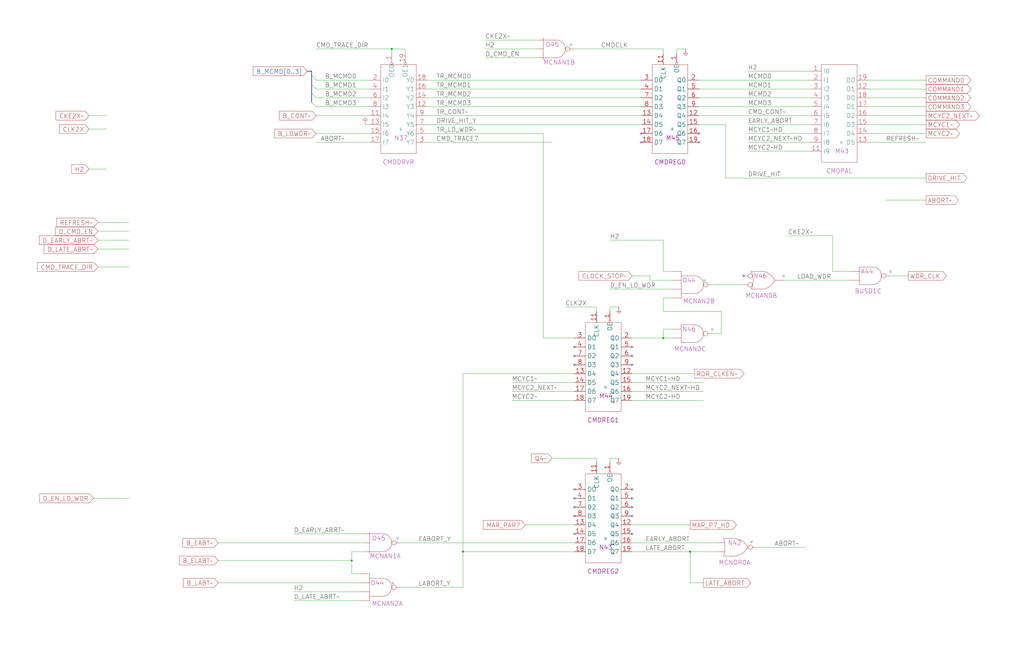
<source format=kicad_sch>
(kicad_sch (version 20220404) (generator eeschema)
  (paper "User" 584.2 378.46)
  (title_block (title "CONTROL\\nCOMMAND + WDR CLOCKS") (date "08-MAR-90") (rev "0.0") (comment 1 "MEM32 BOARD") (comment 2 "232-003066") (comment 3 "S400") (comment 4 "RELEASED"))
  (lib_symbols
    (symbol "r1000:CMDPAL" (pin_names (offset 1.016))
      (property "Reference" "U" (at 2.54 5.08 0))
      (property "Value" "CMDPAL" (at -6.35 -5.08 0))
      (property "Location" "___" (at -1.27 0 0))
      (property "Name" "______" (at 1.27 -12.7 0))
      (symbol "CMDPAL_1_1"
        (rectangle (start -8.89 49.53) (end 11.43 -6.35))
        (pin input line (at -15.24 45.72 0) (length 6.35) (name "I0") (number "1"))
        (pin input line (at -15.24 0 0) (length 6.35) (name "I9") (number "11"))
        (pin output line (at 17.78 35.56 180) (length 6.35) (name "O1") (number "12"))
        (pin input line (at 17.78 5.08 180) (length 6.35) (name "D5") (number "13"))
        (pin output line (at 17.78 10.16 180) (length 6.35) (name "D4") (number "14"))
        (pin output line (at 17.78 15.24 180) (length 6.35) (name "D3") (number "15"))
        (pin output line (at 17.78 20.32 180) (length 6.35) (name "D2") (number "16"))
        (pin output line (at 17.78 25.4 180) (length 6.35) (name "D1") (number "17"))
        (pin output line (at 17.78 30.48 180) (length 6.35) (name "D0") (number "18"))
        (pin output line (at 17.78 40.64 180) (length 6.35) (name "O0") (number "19"))
        (pin input line (at -15.24 40.64 0) (length 6.35) (name "I1") (number "2"))
        (pin input line (at -15.24 35.56 0) (length 6.35) (name "I2") (number "3"))
        (pin input line (at -15.24 30.48 0) (length 6.35) (name "I3") (number "4"))
        (pin input line (at -15.24 25.4 0) (length 6.35) (name "I4") (number "5"))
        (pin input line (at -15.24 20.32 0) (length 6.35) (name "I5") (number "6"))
        (pin input line (at -15.24 15.24 0) (length 6.35) (name "I6") (number "7"))
        (pin input line (at -15.24 10.16 0) (length 6.35) (name "I7") (number "8"))
        (pin input line (at -15.24 5.08 0) (length 6.35) (name "I8") (number "9"))
      )
    )
    (symbol "r1000:F00" (pin_numbers hide) (pin_names hide)
      (property "Reference" "U" (at 15.24 0 0))
      (property "Value" "F00" (at 1.905 -5.08 0))
      (property "Location" "___" (at 1.905 0 0))
      (property "Name" "______" (at 2.54 -12.7 0))
      (symbol "F00_0_1"
        (polyline (pts (xy -2.54 -7.62) (xy 5.08 -7.62)) (stroke (width 0.1524)))
        (polyline (pts (xy -2.54 2.54) (xy -2.54 -7.62)) (stroke (width 0.1524)))
        (polyline (pts (xy -2.54 2.54) (xy 5.08 2.54)) (stroke (width 0.1524)))
        (arc (start 5.08 -7.62) (mid 10.1282 -2.54) (end 5.08 2.54) (stroke (width 0.1524)))
        (circle (center 11.43 -2.54) (radius 1.27) (stroke (width 0.1524)))
      )
      (symbol "F00_0_2"
        (circle (center -3.81 -5.08) (radius 1.27) (stroke (width 0.1524)))
        (circle (center -3.81 0) (radius 1.27) (stroke (width 0.1524)))
        (arc (start -3.175 -7.62) (mid -2.134 -2.54) (end -3.175 2.54) (stroke (width 0.1524)))
        (polyline (pts (xy -3.175 -7.62) (xy 3.81 -7.62)) (stroke (width 0.1524)))
        (polyline (pts (xy -3.175 2.54) (xy 3.81 2.54)) (stroke (width 0.1524)))
        (arc (start 3.81 -7.62) (mid 7.5855 -5.8306) (end 10.16 -2.54) (stroke (width 0.1524)))
        (arc (start 10.16 -2.54) (mid 7.5827 0.7471) (end 3.81 2.54) (stroke (width 0.1524)))
      )
      (symbol "F00_1_1"
        (pin input line (at -7.62 0 0) (length 5.08) (name "D0") (number "1"))
        (pin input line (at -7.62 -5.08 0) (length 5.08) (name "D1") (number "2"))
        (pin output line (at 15.24 -2.54 180) (length 2.54) (name "Q") (number "3"))
      )
      (symbol "F00_1_2"
        (pin input line (at -7.62 0 0) (length 2.54) (name "D0") (number "1"))
        (pin input line (at -7.62 -5.08 0) (length 2.54) (name "D1") (number "2"))
        (pin output line (at 15.24 -2.54 180) (length 5.08) (name "Q") (number "3"))
      )
    )
    (symbol "r1000:F02" (pin_numbers hide) (pin_names hide)
      (property "Reference" "U" (at 12.16 0.635 0))
      (property "Value" "F02" (at -1.27 -4.445 0))
      (property "Location" "___" (at 2.54 0 0))
      (property "Name" "______" (at 2.54 -12.7 0))
      (symbol "F02_0_1"
        (arc (start -3.81 -7.62) (mid -2.9847 -2.54) (end -3.81 2.54) (stroke (width 0.1524)))
        (polyline (pts (xy -5.08 -5.08) (xy -3.175 -5.08)) (stroke (width 0.1524)))
        (polyline (pts (xy -5.08 0) (xy -3.175 0)) (stroke (width 0.1524)))
        (polyline (pts (xy -3.81 -7.62) (xy 2.54 -7.62)) (stroke (width 0.1524)))
        (polyline (pts (xy -3.81 2.54) (xy 2.54 2.54)) (stroke (width 0.1524)))
        (polyline (pts (xy 13.97 -2.54) (xy 12.7 -2.54)) (stroke (width 0.1524)))
        (arc (start 2.54 -7.62) (mid 6.9515 -5.9823) (end 10.16 -2.54) (stroke (width 0.1524)))
        (arc (start 10.16 -2.54) (mid 6.9478 0.8966) (end 2.54 2.54) (stroke (width 0.1524)))
        (circle (center 11.43 -2.54) (radius 1.27) (stroke (width 0.1524)))
      )
      (symbol "F02_0_2"
        (circle (center -3.81 -5.08) (radius 1.27) (stroke (width 0.1524)))
        (circle (center -3.81 0) (radius 1.27) (stroke (width 0.1524)))
        (polyline (pts (xy -2.54 -7.62) (xy 5.08 -7.62)) (stroke (width 0.1524)))
        (polyline (pts (xy -2.54 2.54) (xy -2.54 -7.62)) (stroke (width 0.1524)))
        (polyline (pts (xy -2.54 2.54) (xy 5.08 2.54)) (stroke (width 0.1524)))
        (polyline (pts (xy 11.43 -2.54) (xy 10.16 -2.54)) (stroke (width 0.1524)))
        (polyline (pts (xy 11.43 -2.54) (xy 12.7 -2.54)) (stroke (width 0.1524)))
        (arc (start 5.08 -7.62) (mid 10.1282 -2.54) (end 5.08 2.54) (stroke (width 0.1524)))
      )
      (symbol "F02_1_1"
        (pin input line (at -7.62 0 0) (length 2.54) (name "D0") (number "1"))
        (pin input line (at -7.62 -5.08 0) (length 2.54) (name "D1") (number "2"))
        (pin output line (at 15.24 -2.54 180) (length 1.27) (name "Q") (number "3"))
      )
      (symbol "F02_1_2"
        (pin input line (at -7.62 0 0) (length 2.54) (name "D0") (number "1"))
        (pin input line (at -7.62 -5.08 0) (length 2.54) (name "D1") (number "2"))
        (pin output line (at 15.24 -2.54 180) (length 2.54) (name "Q") (number "3"))
      )
    )
    (symbol "r1000:F10" (pin_numbers hide) (pin_names hide)
      (property "Reference" "U" (at 13.335 0 0))
      (property "Value" "F10" (at 5.715 -5.08 0))
      (property "Location" "___" (at -1.27 0 0))
      (property "Name" "______" (at -2.54 -10.16 0))
      (symbol "F10_0_1"
        (polyline (pts (xy -2.54 -7.62) (xy 5.08 -7.62)) (stroke (width 0.1524)))
        (polyline (pts (xy -2.54 2.54) (xy 5.08 2.54)) (stroke (width 0.1524)))
        (polyline (pts (xy -2.54 3.81) (xy -2.54 -8.89)) (stroke (width 0.1524)))
        (arc (start 5.08 -7.62) (mid 10.1282 -2.54) (end 5.08 2.54) (stroke (width 0.1524)))
        (circle (center 11.43 -2.54) (radius 1.27) (stroke (width 0.1524)))
      )
      (symbol "F10_0_2"
        (circle (center -3.81 -7.62) (radius 1.27) (stroke (width 0.1524)))
        (circle (center -3.81 2.54) (radius 1.27) (stroke (width 0.1524)))
        (circle (center -3.175 -2.54) (radius 1.27) (stroke (width 0.1524)))
        (arc (start -2.54 -7.62) (mid -1.8195 -2.54) (end -2.54 2.54) (stroke (width 0.1524)))
        (polyline (pts (xy -4.445 -2.54) (xy -5.08 -2.54)) (stroke (width 0.1524)))
        (polyline (pts (xy -2.54 -7.62) (xy 5.08 -7.62)) (stroke (width 0.1524)))
        (polyline (pts (xy -2.54 2.54) (xy 5.08 2.54)) (stroke (width 0.1524)))
        (polyline (pts (xy 10.795 -2.54) (xy 12.7 -2.54)) (stroke (width 0.1524)))
        (arc (start 5.08 -7.62) (mid 8.4845 -5.6954) (end 10.795 -2.54) (stroke (width 0.1524)))
        (arc (start 10.795 -2.54) (mid 8.4807 0.6111) (end 5.08 2.54) (stroke (width 0.1524)))
      )
      (symbol "F10_1_1"
        (pin input line (at -5.08 2.54 0) (length 2.54) (name "D0") (number "1"))
        (pin input line (at -5.08 -2.54 0) (length 2.54) (name "D1") (number "2"))
        (pin input line (at -5.08 -7.62 0) (length 2.54) (name "D2") (number "3"))
        (pin output line (at 15.24 -2.54 180) (length 2.54) (name "Q") (number "4"))
      )
      (symbol "F10_1_2"
        (pin input line (at -5.08 2.54 0) (length 0) (name "D0") (number "1"))
        (pin input line (at -5.08 -2.54 0) (length 0) (name "D1") (number "2"))
        (pin input line (at -5.08 -7.62 0) (length 0) (name "D2") (number "3"))
        (pin output line (at 15.24 -2.54 180) (length 2.54) (name "Q") (number "4"))
      )
    )
    (symbol "r1000:F20" (pin_numbers hide) (pin_names hide)
      (property "Reference" "U" (at 8.255 2.54 0))
      (property "Value" "F20" (at -0.635 -2.54 0))
      (property "Location" "___" (at -0.635 2.54 0))
      (property "Name" "______" (at 5.08 -10.795 0))
      (symbol "F20_0_1"
        (polyline (pts (xy -5.08 -5.08) (xy -5.08 -7.62)) (stroke (width 0.1524)))
        (polyline (pts (xy -5.08 5.08) (xy -5.08 -5.08)) (stroke (width 0.1524)))
        (polyline (pts (xy -5.08 7.62) (xy -5.08 5.08)) (stroke (width 0.1524)))
        (polyline (pts (xy 2.54 -5.08) (xy -5.08 -5.08)) (stroke (width 0.1524)))
        (polyline (pts (xy 2.54 5.08) (xy -5.08 5.08)) (stroke (width 0.1524)))
        (arc (start 2.54 -5.08) (mid 7.5882 0) (end 2.54 5.08) (stroke (width 0.1524)))
        (circle (center 8.89 0) (radius 1.27) (stroke (width 0.1524)))
      )
      (symbol "F20_0_2"
        (circle (center -7.62 -7.62) (radius 1.27) (stroke (width 0.1524)))
        (circle (center -7.62 7.62) (radius 1.27) (stroke (width 0.1524)))
        (circle (center -6.985 -2.54) (radius 1.27) (stroke (width 0.1524)))
        (circle (center -6.985 2.54) (radius 1.27) (stroke (width 0.1524)))
        (arc (start -6.35 -7.62) (mid -5.3975 0) (end -6.35 7.62) (stroke (width 0.1524)))
        (polyline (pts (xy -5.715 -5.08) (xy 1.27 -5.08)) (stroke (width 0.1524)))
        (polyline (pts (xy -5.715 5.08) (xy 1.27 5.08)) (stroke (width 0.1524)))
        (arc (start 1.27 -5.08) (mid 5.0518 -3.2985) (end 7.62 0) (stroke (width 0.1524)))
        (arc (start 7.62 0) (mid 5.0518 3.2985) (end 1.27 5.08) (stroke (width 0.1524)))
      )
      (symbol "F20_1_1"
        (pin input line (at -10.16 7.62 0) (length 5.08) (name "D0") (number "1"))
        (pin input line (at -10.16 2.54 0) (length 5.08) (name "D1") (number "2"))
        (pin input line (at -10.16 -2.54 0) (length 5.08) (name "D2") (number "4"))
        (pin input line (at -10.16 -7.62 0) (length 5.08) (name "D3") (number "5"))
        (pin output line (at 12.7 0 180) (length 2.54) (name "Q") (number "6"))
      )
      (symbol "F20_1_2"
        (pin input line (at -10.16 7.62 0) (length 1.27) (name "D0") (number "1"))
        (pin input line (at -10.16 2.54 0) (length 1.905) (name "D1") (number "2"))
        (pin input line (at -10.16 -2.54 0) (length 1.905) (name "D2") (number "4"))
        (pin input line (at -10.16 -7.62 0) (length 1.27) (name "D3") (number "5"))
        (pin output line (at 12.7 0 180) (length 5.08) (name "Q") (number "6"))
      )
    )
    (symbol "r1000:F244" (pin_names (offset 1.016))
      (property "Reference" "U" (at 2.54 5.08 0))
      (property "Value" "F244" (at -3.81 -7.62 0))
      (property "Location" "___" (at -1.27 0 0))
      (property "Name" "______" (at 1.27 -15.24 0))
      (symbol "F244_1_1"
        (rectangle (start -8.89 41.91) (end 11.43 -8.89))
        (circle (center -2.54 42.545) (radius 0.635))
        (circle (center 5.08 42.545) (radius 0.635))
        (pin input line (at -2.54 48.26 270) (length 5.08) (name "OE0") (number "1"))
        (pin input line (at -15.24 12.7 0) (length 6.35) (name "I4") (number "11"))
        (pin tri_state line (at 17.78 17.78 180) (length 6.35) (name "Y3") (number "12"))
        (pin input line (at -15.24 7.62 0) (length 6.35) (name "I5") (number "13"))
        (pin tri_state line (at 17.78 22.86 180) (length 6.35) (name "Y2") (number "14"))
        (pin input line (at -15.24 2.54 0) (length 6.35) (name "I6") (number "15"))
        (pin tri_state line (at 17.78 27.94 180) (length 6.35) (name "Y1") (number "16"))
        (pin input line (at -15.24 -2.54 0) (length 6.35) (name "I7") (number "17"))
        (pin tri_state line (at 17.78 33.02 180) (length 6.35) (name "Y0") (number "18"))
        (pin input line (at 5.08 48.26 270) (length 5.08) (name "OE1") (number "19"))
        (pin input line (at -15.24 33.02 0) (length 6.35) (name "I0") (number "2"))
        (pin tri_state line (at 17.78 -2.54 180) (length 6.35) (name "Y7") (number "3"))
        (pin input line (at -15.24 27.94 0) (length 6.35) (name "I1") (number "4"))
        (pin tri_state line (at 17.78 2.54 180) (length 6.35) (name "Y6") (number "5"))
        (pin input line (at -15.24 22.86 0) (length 6.35) (name "I2") (number "6"))
        (pin tri_state line (at 17.78 7.62 180) (length 6.35) (name "Y5") (number "7"))
        (pin input line (at -15.24 17.78 0) (length 6.35) (name "I3") (number "8"))
        (pin tri_state line (at 17.78 12.7 180) (length 6.35) (name "Y4") (number "9"))
      )
    )
    (symbol "r1000:F374" (pin_names (offset 1.016))
      (property "Reference" "U" (at 2.54 5.08 0))
      (property "Value" "F374" (at -3.81 -7.62 0))
      (property "Location" "___" (at -1.27 0 0))
      (property "Name" "______" (at 1.27 -15.24 0))
      (symbol "F374_1_1"
        (rectangle (start -8.89 41.91) (end 11.43 -8.89))
        (circle (center 5.08 42.545) (radius 0.635))
        (pin input line (at 5.08 48.26 270) (length 5.08) (name "OE") (number "1"))
        (pin input line (at -2.54 48.26 270) (length 6.35) (name "CLK") (number "11"))
        (pin tri_state line (at 17.78 12.7 180) (length 6.35) (name "Q4") (number "12"))
        (pin input line (at -15.24 12.7 0) (length 6.35) (name "D4") (number "13"))
        (pin input line (at -15.24 7.62 0) (length 6.35) (name "D5") (number "14"))
        (pin tri_state line (at 17.78 7.62 180) (length 6.35) (name "Q5") (number "15"))
        (pin tri_state line (at 17.78 2.54 180) (length 6.35) (name "Q6") (number "16"))
        (pin input line (at -15.24 2.54 0) (length 6.35) (name "D6") (number "17"))
        (pin input line (at -15.24 -2.54 0) (length 6.35) (name "D7") (number "18"))
        (pin tri_state line (at 17.78 -2.54 180) (length 6.35) (name "Q7") (number "19"))
        (pin tri_state line (at 17.78 33.02 180) (length 6.35) (name "Q0") (number "2"))
        (pin input line (at -15.24 33.02 0) (length 6.35) (name "D0") (number "3"))
        (pin input line (at -15.24 27.94 0) (length 6.35) (name "D1") (number "4"))
        (pin tri_state line (at 17.78 27.94 180) (length 6.35) (name "Q1") (number "5"))
        (pin tri_state line (at 17.78 22.86 180) (length 6.35) (name "Q2") (number "6"))
        (pin input line (at -15.24 22.86 0) (length 6.35) (name "D2") (number "7"))
        (pin input line (at -15.24 17.78 0) (length 6.35) (name "D3") (number "8"))
        (pin tri_state line (at 17.78 17.78 180) (length 6.35) (name "Q3") (number "9"))
      )
    )
    (symbol "r1000:PD" (power) (pin_numbers hide) (pin_names hide) (in_bom no)
      (symbol "PD_0_1"
        (polyline (pts (xy 0 -2.54) (xy 1.27 -2.54) (xy 0 -3.81) (xy -1.27 -2.54) (xy 0 -2.54)) (stroke (width 0.1524)))
      )
      (symbol "PD_1_1"
        (pin power_in line (at 0 0 270) (length 2.54) (name "PD") (number "1"))
      )
    )
    (symbol "r1000:PU" (power) (pin_numbers hide) (pin_names hide)
      (symbol "PU_0_1"
        (polyline (pts (xy 0 2.54) (xy -1.27 2.54) (xy 0 3.81) (xy 1.27 2.54) (xy 0 2.54)) (stroke (width 0.1524)))
      )
      (symbol "PU_1_1"
        (pin power_in line (at 0 0 90) (length 2.54) (name "PU") (number "1"))
      )
    )
  )
  (junction (at 223.52 27.94))
  (junction (at 200.66 320.04))
  (junction (at 393.7 314.96))
  (junction (at 378.46 193.04))
  (junction (at 264.16 314.96))
  (no_connect (at 360.68 294.64))
  (no_connect (at 327.66 203.2))
  (no_connect (at 398.78 81.28))
  (no_connect (at 327.66 289.56))
  (no_connect (at 360.68 284.48))
  (no_connect (at 398.78 76.2))
  (no_connect (at 365.76 81.28))
  (no_connect (at 360.68 208.28))
  (no_connect (at 327.66 284.48))
  (no_connect (at 360.68 304.8))
  (no_connect (at 365.76 76.2))
  (no_connect (at 360.68 198.12))
  (no_connect (at 360.68 279.4))
  (no_connect (at 360.68 203.2))
  (no_connect (at 360.68 289.56))
  (no_connect (at 327.66 294.64))
  (no_connect (at 327.66 198.12))
  (no_connect (at 424.18 157.48))
  (no_connect (at 327.66 208.28))
  (no_connect (at 327.66 304.8))
  (no_connect (at 327.66 279.4))
  (bus_entry (at 177.8 43.18) (size 2.54 2.54))
  (bus_entry (at 177.8 48.26) (size 2.54 2.54))
  (bus_entry (at 177.8 53.34) (size 2.54 2.54))
  (bus_entry (at 177.8 58.42) (size 2.54 2.54))
  (wire (pts (xy 378.46 27.94) (xy 378.46 30.48)))
  (wire (pts (xy 383.54 170.18) (xy 378.46 170.18)))
  (wire (pts (xy 243.84 60.96) (xy 365.76 60.96)))
  (wire (pts (xy 200.66 327.66) (xy 205.74 327.66)))
  (wire (pts (xy 180.34 55.88) (xy 210.82 55.88)))
  (bus (pts (xy 175.26 40.64) (xy 177.8 40.64)))
  (wire (pts (xy 360.68 193.04) (xy 378.46 193.04)))
  (wire (pts (xy 55.88 142.24) (xy 73.66 142.24)))
  (bus (pts (xy 177.8 53.34) (xy 177.8 58.42)))
  (wire (pts (xy 426.72 86.36) (xy 462.28 86.36)))
  (wire (pts (xy 414.02 101.6) (xy 528.32 101.6)))
  (wire (pts (xy 426.72 40.64) (xy 462.28 40.64)))
  (wire (pts (xy 393.7 314.96) (xy 408.94 314.96)))
  (wire (pts (xy 264.16 314.96) (xy 264.16 213.36)))
  (wire (pts (xy 292.1 223.52) (xy 327.66 223.52)))
  (wire (pts (xy 167.64 337.82) (xy 205.74 337.82)))
  (wire (pts (xy 508 157.48) (xy 518.16 157.48)))
  (wire (pts (xy 264.16 213.36) (xy 327.66 213.36)))
  (wire (pts (xy 124.46 332.74) (xy 205.74 332.74)))
  (wire (pts (xy 276.86 22.86) (xy 307.34 22.86)))
  (wire (pts (xy 426.72 76.2) (xy 462.28 76.2)))
  (wire (pts (xy 264.16 314.96) (xy 327.66 314.96)))
  (wire (pts (xy 485.14 154.94) (xy 474.98 154.94)))
  (wire (pts (xy 223.52 27.94) (xy 223.52 30.48)))
  (wire (pts (xy 386.08 27.94) (xy 386.08 30.48)))
  (wire (pts (xy 243.84 50.8) (xy 365.76 50.8)))
  (wire (pts (xy 314.96 81.28) (xy 243.84 81.28)))
  (wire (pts (xy 360.68 299.72) (xy 393.7 299.72)))
  (wire (pts (xy 495.3 76.2) (xy 528.32 76.2)))
  (wire (pts (xy 276.86 33.02) (xy 307.34 33.02)))
  (wire (pts (xy 495.3 71.12) (xy 528.32 71.12)))
  (wire (pts (xy 414.02 71.12) (xy 414.02 101.6)))
  (wire (pts (xy 243.84 45.72) (xy 365.76 45.72)))
  (wire (pts (xy 398.78 45.72) (xy 462.28 45.72)))
  (wire (pts (xy 243.84 71.12) (xy 365.76 71.12)))
  (wire (pts (xy 180.34 76.2) (xy 210.82 76.2)))
  (wire (pts (xy 231.14 27.94) (xy 231.14 30.48)))
  (wire (pts (xy 347.98 261.62) (xy 347.98 264.16)))
  (wire (pts (xy 353.06 261.62) (xy 347.98 261.62)))
  (wire (pts (xy 223.52 27.94) (xy 231.14 27.94)))
  (wire (pts (xy 426.72 71.12) (xy 462.28 71.12)))
  (wire (pts (xy 411.48 190.5) (xy 406.4 190.5)))
  (wire (pts (xy 398.78 71.12) (xy 414.02 71.12)))
  (wire (pts (xy 353.06 175.26) (xy 347.98 175.26)))
  (wire (pts (xy 309.88 193.04) (xy 327.66 193.04)))
  (wire (pts (xy 180.34 50.8) (xy 210.82 50.8)))
  (wire (pts (xy 322.58 175.26) (xy 340.36 175.26)))
  (wire (pts (xy 243.84 66.04) (xy 365.76 66.04)))
  (wire (pts (xy 208.28 314.96) (xy 200.66 314.96)))
  (wire (pts (xy 398.78 50.8) (xy 462.28 50.8)))
  (wire (pts (xy 449.58 134.62) (xy 474.98 134.62)))
  (wire (pts (xy 505.46 114.3) (xy 528.32 114.3)))
  (wire (pts (xy 495.3 66.04) (xy 528.32 66.04)))
  (wire (pts (xy 167.64 342.9) (xy 205.74 342.9)))
  (wire (pts (xy 495.3 50.8) (xy 528.32 50.8)))
  (wire (pts (xy 208.28 71.12) (xy 210.82 71.12)))
  (wire (pts (xy 474.98 154.94) (xy 474.98 134.62)))
  (wire (pts (xy 340.36 261.62) (xy 340.36 264.16)))
  (wire (pts (xy 411.48 177.8) (xy 411.48 190.5)))
  (wire (pts (xy 495.3 60.96) (xy 528.32 60.96)))
  (wire (pts (xy 378.46 170.18) (xy 378.46 177.8)))
  (wire (pts (xy 370.84 157.48) (xy 370.84 160.02)))
  (wire (pts (xy 398.78 55.88) (xy 462.28 55.88)))
  (wire (pts (xy 299.72 299.72) (xy 327.66 299.72)))
  (wire (pts (xy 292.1 218.44) (xy 327.66 218.44)))
  (wire (pts (xy 383.54 154.94) (xy 378.46 154.94)))
  (wire (pts (xy 243.84 55.88) (xy 365.76 55.88)))
  (wire (pts (xy 124.46 309.88) (xy 208.28 309.88)))
  (wire (pts (xy 50.8 73.66) (xy 60.96 73.66)))
  (wire (pts (xy 180.34 27.94) (xy 223.52 27.94)))
  (wire (pts (xy 55.88 127) (xy 73.66 127)))
  (wire (pts (xy 309.88 76.2) (xy 309.88 193.04)))
  (wire (pts (xy 398.78 60.96) (xy 462.28 60.96)))
  (bus (pts (xy 177.8 40.64) (xy 177.8 43.18)))
  (wire (pts (xy 180.34 60.96) (xy 210.82 60.96)))
  (wire (pts (xy 340.36 175.26) (xy 340.36 177.8)))
  (wire (pts (xy 360.68 314.96) (xy 393.7 314.96)))
  (wire (pts (xy 276.86 27.94) (xy 307.34 27.94)))
  (wire (pts (xy 314.96 261.62) (xy 340.36 261.62)))
  (wire (pts (xy 370.84 160.02) (xy 383.54 160.02)))
  (wire (pts (xy 401.32 332.74) (xy 393.7 332.74)))
  (wire (pts (xy 383.54 187.96) (xy 378.46 187.96)))
  (wire (pts (xy 360.68 218.44) (xy 401.32 218.44)))
  (wire (pts (xy 360.68 223.52) (xy 401.32 223.52)))
  (bus (pts (xy 177.8 43.18) (xy 177.8 48.26)))
  (wire (pts (xy 243.84 76.2) (xy 309.88 76.2)))
  (wire (pts (xy 292.1 228.6) (xy 327.66 228.6)))
  (wire (pts (xy 431.8 312.42) (xy 459.74 312.42)))
  (wire (pts (xy 378.46 193.04) (xy 383.54 193.04)))
  (wire (pts (xy 167.64 304.8) (xy 208.28 304.8)))
  (wire (pts (xy 360.68 157.48) (xy 370.84 157.48)))
  (wire (pts (xy 180.34 81.28) (xy 210.82 81.28)))
  (wire (pts (xy 360.68 228.6) (xy 401.32 228.6)))
  (wire (pts (xy 228.6 309.88) (xy 327.66 309.88)))
  (wire (pts (xy 228.6 335.28) (xy 264.16 335.28)))
  (wire (pts (xy 50.8 96.52) (xy 60.96 96.52)))
  (wire (pts (xy 360.68 213.36) (xy 396.24 213.36)))
  (wire (pts (xy 180.34 45.72) (xy 210.82 45.72)))
  (wire (pts (xy 124.46 320.04) (xy 200.66 320.04)))
  (wire (pts (xy 495.3 55.88) (xy 528.32 55.88)))
  (wire (pts (xy 391.16 27.94) (xy 386.08 27.94)))
  (wire (pts (xy 426.72 81.28) (xy 462.28 81.28)))
  (wire (pts (xy 347.98 175.26) (xy 347.98 177.8)))
  (wire (pts (xy 264.16 335.28) (xy 264.16 314.96)))
  (wire (pts (xy 447.04 160.02) (xy 485.14 160.02)))
  (wire (pts (xy 200.66 320.04) (xy 200.66 327.66)))
  (wire (pts (xy 53.34 284.48) (xy 73.66 284.48)))
  (wire (pts (xy 378.46 177.8) (xy 411.48 177.8)))
  (wire (pts (xy 393.7 332.74) (xy 393.7 314.96)))
  (wire (pts (xy 495.3 45.72) (xy 528.32 45.72)))
  (wire (pts (xy 347.98 137.16) (xy 378.46 137.16)))
  (wire (pts (xy 55.88 137.16) (xy 73.66 137.16)))
  (wire (pts (xy 360.68 309.88) (xy 408.94 309.88)))
  (wire (pts (xy 55.88 152.4) (xy 73.66 152.4)))
  (wire (pts (xy 50.8 66.04) (xy 60.96 66.04)))
  (wire (pts (xy 327.66 27.94) (xy 378.46 27.94)))
  (wire (pts (xy 180.34 66.04) (xy 210.82 66.04)))
  (wire (pts (xy 347.98 165.1) (xy 383.54 165.1)))
  (wire (pts (xy 495.3 81.28) (xy 528.32 81.28)))
  (wire (pts (xy 378.46 187.96) (xy 378.46 193.04)))
  (wire (pts (xy 406.4 162.56) (xy 424.18 162.56)))
  (wire (pts (xy 398.78 66.04) (xy 462.28 66.04)))
  (bus (pts (xy 177.8 48.26) (xy 177.8 53.34)))
  (wire (pts (xy 378.46 154.94) (xy 378.46 137.16)))
  (wire (pts (xy 200.66 314.96) (xy 200.66 320.04)))
  (wire (pts (xy 55.88 132.08) (xy 73.66 132.08)))
  (label "MCYC1~HD" (at 426.72 76.2 0) (effects (font (size 2.54 2.54))))
  (label "CKE2X~" (at 449.58 134.62 0) (effects (font (size 2.54 2.54))))
  (label "B_MCMD1" (at 185.42 50.8 0) (effects (font (size 2.54 2.54))))
  (label "TR_MCMD3" (at 248.92 60.96 0) (effects (font (size 2.54 2.54))))
  (label "CMD_TRACE_DIR" (at 180.34 27.94 0) (effects (font (size 2.54 2.54))))
  (label "B_MCMD3" (at 185.42 60.96 0) (effects (font (size 2.54 2.54))))
  (label "LATE_ABORT" (at 368.3 314.96 0) (effects (font (size 2.54 2.54))))
  (label "B_MCMD2" (at 185.42 55.88 0) (effects (font (size 2.54 2.54))))
  (label "MCMD1" (at 426.72 50.8 0) (effects (font (size 2.54 2.54))))
  (label "TR_CONT~" (at 248.92 66.04 0) (effects (font (size 2.54 2.54))))
  (label "MCYC1~" (at 292.1 218.44 0) (effects (font (size 2.54 2.54))))
  (label "DRIVE_HIT" (at 426.72 101.6 0) (effects (font (size 2.54 2.54))))
  (label "H2" (at 276.86 27.94 0) (effects (font (size 2.54 2.54))))
  (label "H2" (at 426.72 40.64 0) (effects (font (size 2.54 2.54))))
  (label "MCMD3" (at 426.72 60.96 0) (effects (font (size 2.54 2.54))))
  (label "EARLY_ABORT" (at 426.72 71.12 0) (effects (font (size 2.54 2.54))))
  (label "D_LATE_ABRT~" (at 167.64 342.9 0) (effects (font (size 2.54 2.54))))
  (label "TR_LD_WDR~" (at 248.92 76.2 0) (effects (font (size 2.54 2.54))))
  (label "LABORT_Y" (at 238.76 335.28 0) (effects (font (size 2.54 2.54))))
  (label "ABORT~" (at 182.88 81.28 0) (effects (font (size 2.54 2.54))))
  (label "LOAD_WDR" (at 454.66 160.02 0) (effects (font (size 2.54 2.54))))
  (label "MCYC2~" (at 292.1 228.6 0) (effects (font (size 2.54 2.54))))
  (label "D_EARLY_ABRT~" (at 167.64 304.8 0) (effects (font (size 2.54 2.54))))
  (label "CMD_CONT~" (at 426.72 66.04 0) (effects (font (size 2.54 2.54))))
  (label "CMD_TRACE7" (at 248.92 81.28 0) (effects (font (size 2.54 2.54))))
  (label "B_MCMD0" (at 185.42 45.72 0) (effects (font (size 2.54 2.54))))
  (label "MCYC2_NEXT~" (at 292.1 223.52 0) (effects (font (size 2.54 2.54))))
  (label "MCMD2" (at 426.72 55.88 0) (effects (font (size 2.54 2.54))))
  (label "TR_MCMD2" (at 248.92 55.88 0) (effects (font (size 2.54 2.54))))
  (label "D_EN_LD_WDR" (at 347.98 165.1 0) (effects (font (size 2.54 2.54))))
  (label "MCYC1~HD" (at 368.3 218.44 0) (effects (font (size 2.54 2.54))))
  (label "H2" (at 347.98 137.16 0) (effects (font (size 2.54 2.54))))
  (label "CKE2X~" (at 276.86 22.86 0) (effects (font (size 2.54 2.54))))
  (label "TR_MCMD0" (at 248.92 45.72 0) (effects (font (size 2.54 2.54))))
  (label "DRIVE_HIT_Y" (at 248.92 71.12 0) (effects (font (size 2.54 2.54))))
  (label "TR_MCMD1" (at 248.92 50.8 0) (effects (font (size 2.54 2.54))))
  (label "CLK2X" (at 322.58 175.26 0) (effects (font (size 2.54 2.54))))
  (label "EARLY_ABORT" (at 368.3 309.88 0) (effects (font (size 2.54 2.54))))
  (label "ABORT~" (at 441.96 312.42 0) (effects (font (size 2.54 2.54))))
  (label "EABORT_Y" (at 238.76 309.88 0) (effects (font (size 2.54 2.54))))
  (label "MCYC2~HD" (at 368.3 228.6 0) (effects (font (size 2.54 2.54))))
  (label "D_CMD_EN" (at 276.86 33.02 0) (effects (font (size 2.54 2.54))))
  (label "MCYC2_NEXT~HD" (at 426.72 81.28 0) (effects (font (size 2.54 2.54))))
  (label "CMDCLK" (at 342.9 27.94 0) (effects (font (size 2.54 2.54))))
  (label "MCYC2_NEXT~HD" (at 368.3 223.52 0) (effects (font (size 2.54 2.54))))
  (label "MCMD0" (at 426.72 45.72 0) (effects (font (size 2.54 2.54))))
  (label "H2" (at 167.64 337.82 0) (effects (font (size 2.54 2.54))))
  (label "REFRESH~" (at 505.46 81.28 0) (effects (font (size 2.54 2.54))))
  (label "MCYC2~HD" (at 426.72 86.36 0) (effects (font (size 2.54 2.54))))
  (global_label "CKE2X~" (shape input) (at 50.8 66.04 180) (effects (font (size 2.54 2.54))) (property "Intersheet References" "${INTERSHEET_REFS}" (at 26.9845 65.8813 0) (effects (font (size 1.905 1.905)) (justify right))))
  (global_label "B_ELABT~" (shape input) (at 124.46 320.04 180) (effects (font (size 2.54 2.54))) (property "Intersheet References" "${INTERSHEET_REFS}" (at 102.3378 319.8813 0) (effects (font (size 1.905 1.905)) (justify right))))
  (global_label "MAR_P7_HD" (shape output) (at 393.7 299.72 0) (effects (font (size 2.54 2.54))) (property "Intersheet References" "${INTERSHEET_REFS}" (at 420.1765 299.5613 0) (effects (font (size 1.905 1.905)) (justify left))))
  (global_label "COMMAND3" (shape output) (at 528.32 60.96 0) (effects (font (size 2.54 2.54))) (property "Intersheet References" "${INTERSHEET_REFS}" (at 553.9498 60.8013 0) (effects (font (size 1.905 1.905)) (justify left))))
  (global_label "ABORT~" (shape output) (at 528.32 114.3 0) (effects (font (size 2.54 2.54))) (property "Intersheet References" "${INTERSHEET_REFS}" (at 546.8136 114.1413 0) (effects (font (size 1.905 1.905)) (justify left))))
  (global_label "CLOCK_STOP~" (shape input) (at 360.68 157.48 180) (effects (font (size 2.54 2.54))) (property "Intersheet References" "${INTERSHEET_REFS}" (at 330.2121 157.3213 0) (effects (font (size 1.905 1.905)) (justify right))))
  (global_label "MCYC2_NEXT~" (shape output) (at 528.32 66.04 0) (effects (font (size 2.54 2.54))) (property "Intersheet References" "${INTERSHEET_REFS}" (at 558.7879 65.8813 0) (effects (font (size 1.905 1.905)) (justify left))))
  (global_label "COMMAND0" (shape output) (at 528.32 45.72 0) (effects (font (size 2.54 2.54))) (property "Intersheet References" "${INTERSHEET_REFS}" (at 553.9498 45.5613 0) (effects (font (size 1.905 1.905)) (justify left))))
  (global_label "D_CMD_EN" (shape input) (at 55.88 132.08 180) (effects (font (size 2.54 2.54))) (property "Intersheet References" "${INTERSHEET_REFS}" (at 31.7016 131.9213 0) (effects (font (size 1.905 1.905)) (justify right))))
  (global_label "B_EABT~" (shape input) (at 124.46 309.88 180) (effects (font (size 2.54 2.54))) (property "Intersheet References" "${INTERSHEET_REFS}" (at 104.394 309.7213 0) (effects (font (size 1.905 1.905)) (justify right))))
  (global_label "LATE_ABORT" (shape output) (at 401.32 332.74 0) (effects (font (size 2.54 2.54))) (property "Intersheet References" "${INTERSHEET_REFS}" (at 428.4012 332.5813 0) (effects (font (size 1.905 1.905)) (justify left))))
  (global_label "CLK2X" (shape input) (at 50.8 73.66 180) (effects (font (size 2.54 2.54))) (property "Intersheet References" "${INTERSHEET_REFS}" (at 27.1054 73.5013 0) (effects (font (size 1.905 1.905)) (justify right))))
  (global_label "DRIVE_HIT" (shape output) (at 528.32 101.6 0) (effects (font (size 2.54 2.54))) (property "Intersheet References" "${INTERSHEET_REFS}" (at 551.6517 101.4413 0) (effects (font (size 1.905 1.905)) (justify left))))
  (global_label "H2" (shape input) (at 50.8 96.52 180) (effects (font (size 2.54 2.54))) (property "Intersheet References" "${INTERSHEET_REFS}" (at 40.894 96.3613 0) (effects (font (size 1.905 1.905)) (justify right))))
  (global_label "COMMAND1" (shape output) (at 528.32 50.8 0) (effects (font (size 2.54 2.54))) (property "Intersheet References" "${INTERSHEET_REFS}" (at 553.9498 50.6413 0) (effects (font (size 1.905 1.905)) (justify left))))
  (global_label "MAR_PAR7" (shape input) (at 299.72 299.72 180) (effects (font (size 2.54 2.54))) (property "Intersheet References" "${INTERSHEET_REFS}" (at 275.6626 299.5613 0) (effects (font (size 1.905 1.905)) (justify right))))
  (global_label "COMMAND2" (shape output) (at 528.32 55.88 0) (effects (font (size 2.54 2.54))) (property "Intersheet References" "${INTERSHEET_REFS}" (at 553.9498 55.7213 0) (effects (font (size 1.905 1.905)) (justify left))))
  (global_label "Q4~" (shape input) (at 314.96 261.62 180) (effects (font (size 2.54 2.54))) (property "Intersheet References" "${INTERSHEET_REFS}" (at 298.2807 261.4613 0) (effects (font (size 1.905 1.905)) (justify right))))
  (global_label "B_CONT~" (shape input) (at 180.34 66.04 180) (effects (font (size 2.54 2.54))) (property "Intersheet References" "${INTERSHEET_REFS}" (at 159.4273 65.8813 0) (effects (font (size 1.905 1.905)) (justify right))))
  (global_label "MCYC2~" (shape output) (at 528.32 76.2 0) (effects (font (size 2.54 2.54))) (property "Intersheet References" "${INTERSHEET_REFS}" (at 547.5393 76.0413 0) (effects (font (size 1.905 1.905)) (justify left))))
  (global_label "D_EARLY_ABRT~" (shape input) (at 55.88 137.16 180) (effects (font (size 2.54 2.54))) (property "Intersheet References" "${INTERSHEET_REFS}" (at 22.3883 137.0013 0) (effects (font (size 1.905 1.905)) (justify right))))
  (global_label "D_LATE_ABRT~" (shape input) (at 55.88 142.24 180) (effects (font (size 2.54 2.54))) (property "Intersheet References" "${INTERSHEET_REFS}" (at 25.1702 142.0813 0) (effects (font (size 1.905 1.905)) (justify right))))
  (global_label "B_LABT~" (shape input) (at 124.46 332.74 180) (effects (font (size 2.54 2.54))) (property "Intersheet References" "${INTERSHEET_REFS}" (at 104.6359 332.5813 0) (effects (font (size 1.905 1.905)) (justify right))))
  (global_label "RDR_CLKEN~" (shape output) (at 396.24 213.36 0) (effects (font (size 2.54 2.54))) (property "Intersheet References" "${INTERSHEET_REFS}" (at 424.5308 213.2013 0) (effects (font (size 1.905 1.905)) (justify left))))
  (global_label "MCYC1~" (shape output) (at 528.32 71.12 0) (effects (font (size 2.54 2.54))) (property "Intersheet References" "${INTERSHEET_REFS}" (at 547.5393 70.9613 0) (effects (font (size 1.905 1.905)) (justify left))))
  (global_label "WDR_CLK" (shape output) (at 518.16 157.48 0) (effects (font (size 2.54 2.54))) (property "Intersheet References" "${INTERSHEET_REFS}" (at 542.5803 157.3213 0) (effects (font (size 1.905 1.905)) (justify left))))
  (global_label "D_EN_LD_WDR" (shape input) (at 53.34 284.48 180) (effects (font (size 2.54 2.54))) (property "Intersheet References" "${INTERSHEET_REFS}" (at 22.6302 284.3213 0) (effects (font (size 1.905 1.905)) (justify right))))
  (global_label "B_MCMD[0..3]" (shape input) (at 175.26 40.64 180) (effects (font (size 2.54 2.54))) (property "Intersheet References" "${INTERSHEET_REFS}" (at 144.4292 40.4813 0) (effects (font (size 1.905 1.905)) (justify right))))
  (global_label "B_LDWDR~" (shape input) (at 180.34 76.2 180) (effects (font (size 2.54 2.54))) (property "Intersheet References" "${INTERSHEET_REFS}" (at 156.6454 76.0413 0) (effects (font (size 1.905 1.905)) (justify right))))
  (global_label "CMD_TRACE_DIR" (shape input) (at 55.88 152.4 180) (effects (font (size 2.54 2.54))) (property "Intersheet References" "${INTERSHEET_REFS}" (at 21.4207 152.2413 0) (effects (font (size 1.905 1.905)) (justify right))))
  (global_label "REFRESH~" (shape input) (at 55.88 127 180) (effects (font (size 2.54 2.54))) (property "Intersheet References" "${INTERSHEET_REFS}" (at 32.3064 126.8413 0) (effects (font (size 1.905 1.905)) (justify right))))
  (symbol (lib_id "r1000:F244") (at 226.06 78.74 0) (unit 1)
    (default_instance (reference "U") (unit 1) (value "") (footprint ""))
    (property "Reference" "U" (at 228.6 73.66 0))
    (property "Location" "N37" (at 224.79 78.74 0) (effects (font (size 2.54 2.54)) (justify left)))
    (property "Name" "CMDDRVR" (at 227.33 93.98 0) (effects (font (size 2.54 2.54)) (justify bottom)))
  )
  (symbol (lib_id "r1000:F374") (at 342.9 226.06 0) (unit 1)
    (default_instance (reference "U") (unit 1) (value "") (footprint ""))
    (property "Reference" "U" (at 345.44 220.98 0))
    (property "Location" "M44" (at 341.63 226.06 0) (effects (font (size 2.54 2.54)) (justify left)))
    (property "Name" "CMDREG1" (at 344.17 241.3 0) (effects (font (size 2.54 2.54)) (justify bottom)))
  )
  (symbol (lib_id "r1000:PU") (at 208.28 71.12 0) (unit 1)
    (default_instance (reference "U") (unit 1) (value "") (footprint ""))
    (property "Reference" "U" (effects hide))
  )
  (symbol (lib_id "r1000:F00") (at 391.16 187.96 0) (unit 1)
    (default_instance (reference "U") (unit 1) (value "") (footprint ""))
    (property "Reference" "U" (at 406.4 187.96 0))
    (property "Location" "N46" (at 393.065 187.96 0) (effects (font (size 2.54 2.54))))
    (property "Name" "MCNAN0C" (at 393.7 200.66 0) (effects (font (size 2.54 2.54)) (justify bottom)))
  )
  (symbol (lib_id "r1000:F20") (at 393.7 162.56 0) (unit 1)
    (default_instance (reference "U") (unit 1) (value "") (footprint ""))
    (property "Reference" "U" (at 401.955 160.02 0))
    (property "Location" "O44" (at 393.065 160.02 0) (effects (font (size 2.54 2.54))))
    (property "Name" "MCNAN2B" (at 398.78 173.355 0) (effects (font (size 2.54 2.54)) (justify bottom)))
  )
  (symbol (lib_id "r1000:F20") (at 215.9 335.28 0) (unit 1)
    (default_instance (reference "U") (unit 1) (value "") (footprint ""))
    (property "Reference" "U" (at 224.155 332.74 0))
    (property "Location" "O44" (at 215.265 332.74 0) (effects (font (size 2.54 2.54))))
    (property "Name" "MCNAN2A" (at 220.98 346.075 0) (effects (font (size 2.54 2.54)) (justify bottom)))
  )
  (symbol (lib_id "r1000:CMDPAL") (at 477.52 86.36 0) (unit 1)
    (default_instance (reference "U") (unit 1) (value "") (footprint ""))
    (property "Reference" "U" (at 480.06 81.28 0))
    (property "Location" "M43" (at 476.25 86.36 0) (effects (font (size 2.54 2.54)) (justify left)))
    (property "Name" "CMDPAL" (at 478.79 99.06 0) (effects (font (size 2.54 2.54)) (justify bottom)))
  )
  (symbol (lib_id "r1000:PD") (at 353.06 175.26 0) (unit 1) (in_bom no)
    (default_instance (reference "U") (unit 1) (value "") (footprint ""))
    (property "Reference" "U" (effects hide))
  )
  (symbol (lib_id "r1000:F10") (at 312.42 25.4 0) (unit 1)
    (default_instance (reference "U") (unit 1) (value "") (footprint ""))
    (property "Reference" "U" (at 325.755 25.4 0))
    (property "Location" "O45" (at 311.15 25.4 0) (effects (font (size 2.54 2.54)) (justify left)))
    (property "Name" "MCNAN1B" (at 309.88 35.56 0) (effects (font (size 2.54 2.54)) (justify left)))
  )
  (symbol (lib_id "r1000:F02") (at 416.56 309.88 0) (unit 1)
    (default_instance (reference "U") (unit 1) (value "") (footprint ""))
    (property "Reference" "U" (at 428.72 309.245 0))
    (property "Location" "N42" (at 419.1 309.88 0) (effects (font (size 2.54 2.54))))
    (property "Name" "MCNOR0A" (at 419.1 322.58 0) (effects (font (size 2.54 2.54)) (justify bottom)))
  )
  (symbol (lib_id "r1000:F00") (at 431.8 157.48 0) (unit 1) (convert 2)
    (default_instance (reference "U") (unit 1) (value "") (footprint ""))
    (property "Reference" "U" (at 447.04 157.48 0))
    (property "Location" "N46" (at 433.705 157.48 0) (effects (font (size 2.54 2.54))))
    (property "Name" "MCNAN0B" (at 434.34 170.18 0) (effects (font (size 2.54 2.54)) (justify bottom)))
  )
  (symbol (lib_id "r1000:F374") (at 381 78.74 0) (unit 1)
    (default_instance (reference "U") (unit 1) (value "") (footprint ""))
    (property "Reference" "U" (at 383.54 73.66 0))
    (property "Location" "M45" (at 379.73 78.74 0) (effects (font (size 2.54 2.54)) (justify left)))
    (property "Name" "CMDREG0" (at 382.27 93.98 0) (effects (font (size 2.54 2.54)) (justify bottom)))
  )
  (symbol (lib_id "r1000:F00") (at 492.76 154.94 0) (unit 1)
    (default_instance (reference "U") (unit 1) (value "") (footprint ""))
    (property "Reference" "U" (at 508 154.94 0))
    (property "Location" "A44" (at 494.665 154.94 0) (effects (font (size 2.54 2.54))))
    (property "Name" "BUSD1C" (at 495.3 167.64 0) (effects (font (size 2.54 2.54)) (justify bottom)))
  )
  (symbol (lib_id "r1000:F10") (at 213.36 307.34 0) (unit 1)
    (default_instance (reference "U") (unit 1) (value "") (footprint ""))
    (property "Reference" "U" (at 226.695 307.34 0))
    (property "Location" "O45" (at 212.09 307.34 0) (effects (font (size 2.54 2.54)) (justify left)))
    (property "Name" "MCNAN1A" (at 210.82 317.5 0) (effects (font (size 2.54 2.54)) (justify left)))
  )
  (symbol (lib_id "r1000:PD") (at 353.06 261.62 0) (unit 1) (in_bom no)
    (default_instance (reference "U") (unit 1) (value "") (footprint ""))
    (property "Reference" "U" (effects hide))
  )
  (symbol (lib_id "r1000:PD") (at 391.16 27.94 0) (unit 1) (in_bom no)
    (default_instance (reference "U") (unit 1) (value "") (footprint ""))
    (property "Reference" "U" (effects hide))
  )
  (symbol (lib_id "r1000:F374") (at 342.9 312.42 0) (unit 1)
    (default_instance (reference "U") (unit 1) (value "") (footprint ""))
    (property "Reference" "U" (at 345.44 307.34 0))
    (property "Location" "N43" (at 341.63 312.42 0) (effects (font (size 2.54 2.54)) (justify left)))
    (property "Name" "CMDREG2" (at 344.17 327.66 0) (effects (font (size 2.54 2.54)) (justify bottom)))
  )
)
</source>
